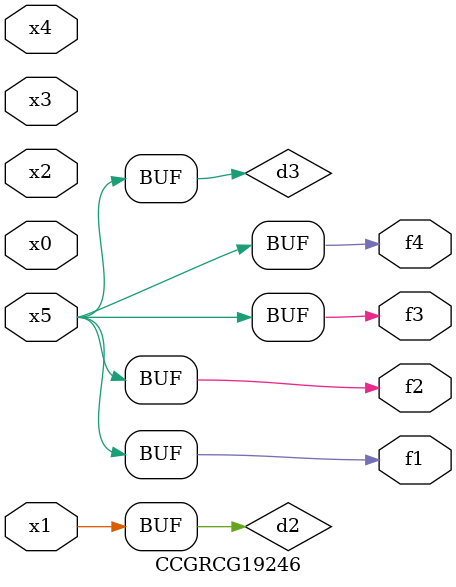
<source format=v>
module CCGRCG19246(
	input x0, x1, x2, x3, x4, x5,
	output f1, f2, f3, f4
);

	wire d1, d2, d3;

	not (d1, x5);
	or (d2, x1);
	xnor (d3, d1);
	assign f1 = d3;
	assign f2 = d3;
	assign f3 = d3;
	assign f4 = d3;
endmodule

</source>
